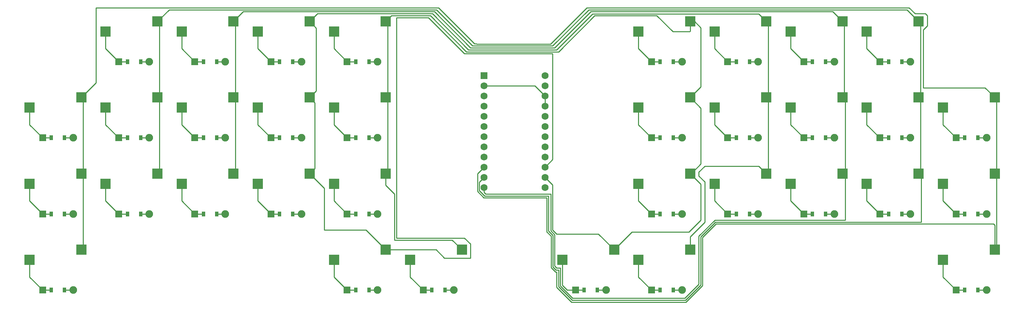
<source format=gbr>
%TF.GenerationSoftware,KiCad,Pcbnew,9.0.1*%
%TF.CreationDate,2025-05-09T00:25:46+02:00*%
%TF.ProjectId,cmrk,636d726b-2e6b-4696-9361-645f70636258,v1.0.0*%
%TF.SameCoordinates,Original*%
%TF.FileFunction,Copper,L2,Bot*%
%TF.FilePolarity,Positive*%
%FSLAX46Y46*%
G04 Gerber Fmt 4.6, Leading zero omitted, Abs format (unit mm)*
G04 Created by KiCad (PCBNEW 9.0.1) date 2025-05-09 00:25:46*
%MOMM*%
%LPD*%
G01*
G04 APERTURE LIST*
%TA.AperFunction,SMDPad,CuDef*%
%ADD10R,2.550000X2.500000*%
%TD*%
%TA.AperFunction,ComponentPad*%
%ADD11R,1.778000X1.778000*%
%TD*%
%TA.AperFunction,SMDPad,CuDef*%
%ADD12R,0.900000X1.200000*%
%TD*%
%TA.AperFunction,ComponentPad*%
%ADD13C,1.905000*%
%TD*%
%TA.AperFunction,ComponentPad*%
%ADD14R,1.752600X1.752600*%
%TD*%
%TA.AperFunction,ComponentPad*%
%ADD15C,1.752600*%
%TD*%
%TA.AperFunction,Conductor*%
%ADD16C,0.250000*%
%TD*%
G04 APERTURE END LIST*
D10*
%TO.P,S22,1*%
%TO.N,P0*%
X301915000Y-59460000D03*
%TO.P,S22,2*%
%TO.N,P16*%
X314842000Y-56920000D03*
%TD*%
%TO.P,S19,1*%
%TO.N,P0*%
X320915000Y-78460000D03*
%TO.P,S19,2*%
%TO.N,P14*%
X333842000Y-75920000D03*
%TD*%
%TO.P,S18,1*%
%TO.N,P4*%
X320915000Y-97460000D03*
%TO.P,S18,2*%
%TO.N,P14*%
X333842000Y-94920000D03*
%TD*%
D11*
%TO.P,D22,1*%
%TO.N,P0*%
X305190000Y-67000000D03*
D12*
X307350000Y-67000000D03*
%TO.P,D22,2*%
%TO.N,mirror_ring_home*%
X310650000Y-67000000D03*
D13*
X312810000Y-67000000D03*
%TD*%
D11*
%TO.P,D10,1*%
%TO.N,P19*%
X153190000Y-86000000D03*
D12*
X155350000Y-86000000D03*
%TO.P,D10,2*%
%TO.N,index_bottom*%
X158650000Y-86000000D03*
D13*
X160810000Y-86000000D03*
%TD*%
D11*
%TO.P,D24,1*%
%TO.N,P4*%
X286190000Y-86000000D03*
D12*
X288350000Y-86000000D03*
%TO.P,D24,2*%
%TO.N,mirror_middle_bottom*%
X291650000Y-86000000D03*
D13*
X293810000Y-86000000D03*
%TD*%
D11*
%TO.P,D9,1*%
%TO.N,P21*%
X134190000Y-48000000D03*
D12*
X136350000Y-48000000D03*
%TO.P,D9,2*%
%TO.N,middle_top*%
X139650000Y-48000000D03*
D13*
X141810000Y-48000000D03*
%TD*%
D11*
%TO.P,D20,1*%
%TO.N,P1*%
X324190000Y-67000000D03*
D12*
X326350000Y-67000000D03*
%TO.P,D20,2*%
%TO.N,mirror_pinky_top*%
X329650000Y-67000000D03*
D13*
X331810000Y-67000000D03*
%TD*%
D11*
%TO.P,D33,1*%
%TO.N,P5*%
X248190000Y-105000000D03*
D12*
X250350000Y-105000000D03*
%TO.P,D33,2*%
%TO.N,mirror_tucky_cluster*%
X253650000Y-105000000D03*
D13*
X255810000Y-105000000D03*
%TD*%
D10*
%TO.P,S10,1*%
%TO.N,P19*%
X149915000Y-78460000D03*
%TO.P,S10,2*%
%TO.N,P7*%
X162842000Y-75920000D03*
%TD*%
D11*
%TO.P,D29,1*%
%TO.N,P1*%
X267190000Y-48000000D03*
D12*
X269350000Y-48000000D03*
%TO.P,D29,2*%
%TO.N,mirror_index_top*%
X272650000Y-48000000D03*
D13*
X274810000Y-48000000D03*
%TD*%
D10*
%TO.P,S34,1*%
%TO.N,P5*%
X225915000Y-97460000D03*
%TO.P,S34,2*%
%TO.N,P8*%
X238842000Y-94920000D03*
%TD*%
%TO.P,S6,1*%
%TO.N,P21*%
X111915000Y-40460000D03*
%TO.P,S6,2*%
%TO.N,P16*%
X124842000Y-37920000D03*
%TD*%
%TO.P,S9,1*%
%TO.N,P21*%
X130915000Y-40460000D03*
%TO.P,S9,2*%
%TO.N,P10*%
X143842000Y-37920000D03*
%TD*%
D11*
%TO.P,D18,1*%
%TO.N,P4*%
X324190000Y-105000000D03*
D12*
X326350000Y-105000000D03*
%TO.P,D18,2*%
%TO.N,mirror_pinky_bottom*%
X329650000Y-105000000D03*
D13*
X331810000Y-105000000D03*
%TD*%
D10*
%TO.P,S23,1*%
%TO.N,P1*%
X301915000Y-40460000D03*
%TO.P,S23,2*%
%TO.N,P16*%
X314842000Y-37920000D03*
%TD*%
D11*
%TO.P,D23,1*%
%TO.N,P1*%
X305190000Y-48000000D03*
D12*
X307350000Y-48000000D03*
%TO.P,D23,2*%
%TO.N,mirror_ring_top*%
X310650000Y-48000000D03*
D13*
X312810000Y-48000000D03*
%TD*%
D10*
%TO.P,S21,1*%
%TO.N,P4*%
X301915000Y-78460000D03*
%TO.P,S21,2*%
%TO.N,P16*%
X314842000Y-75920000D03*
%TD*%
D11*
%TO.P,D5,1*%
%TO.N,P20*%
X115190000Y-67000000D03*
D12*
X117350000Y-67000000D03*
%TO.P,D5,2*%
%TO.N,ring_home*%
X120650000Y-67000000D03*
D13*
X122810000Y-67000000D03*
%TD*%
D11*
%TO.P,D26,1*%
%TO.N,P1*%
X286190000Y-48000000D03*
D12*
X288350000Y-48000000D03*
%TO.P,D26,2*%
%TO.N,mirror_middle_top*%
X291650000Y-48000000D03*
D13*
X293810000Y-48000000D03*
%TD*%
D10*
%TO.P,S13,1*%
%TO.N,P19*%
X168915000Y-78460000D03*
%TO.P,S13,2*%
%TO.N,P8*%
X181842000Y-75920000D03*
%TD*%
%TO.P,S26,1*%
%TO.N,P1*%
X282915000Y-40460000D03*
%TO.P,S26,2*%
%TO.N,P10*%
X295842000Y-37920000D03*
%TD*%
%TO.P,S25,1*%
%TO.N,P0*%
X282915000Y-59460000D03*
%TO.P,S25,2*%
%TO.N,P10*%
X295842000Y-56920000D03*
%TD*%
D11*
%TO.P,D31,1*%
%TO.N,P0*%
X248190000Y-67000000D03*
D12*
X250350000Y-67000000D03*
%TO.P,D31,2*%
%TO.N,mirror_inner_home*%
X253650000Y-67000000D03*
D13*
X255810000Y-67000000D03*
%TD*%
D10*
%TO.P,S5,1*%
%TO.N,P20*%
X111915000Y-59460000D03*
%TO.P,S5,2*%
%TO.N,P16*%
X124842000Y-56920000D03*
%TD*%
%TO.P,S2,1*%
%TO.N,P20*%
X92915000Y-78460000D03*
%TO.P,S2,2*%
%TO.N,P14*%
X105842000Y-75920000D03*
%TD*%
D11*
%TO.P,D17,1*%
%TO.N,P18*%
X191190000Y-105000000D03*
D12*
X193350000Y-105000000D03*
%TO.P,D17,2*%
%TO.N,reachy_cluster*%
X196650000Y-105000000D03*
D13*
X198810000Y-105000000D03*
%TD*%
D11*
%TO.P,D14,1*%
%TO.N,P20*%
X172190000Y-67000000D03*
D12*
X174350000Y-67000000D03*
%TO.P,D14,2*%
%TO.N,inner_home*%
X177650000Y-67000000D03*
D13*
X179810000Y-67000000D03*
%TD*%
D10*
%TO.P,S28,1*%
%TO.N,P0*%
X263915000Y-59460000D03*
%TO.P,S28,2*%
%TO.N,P7*%
X276842000Y-56920000D03*
%TD*%
%TO.P,S15,1*%
%TO.N,P21*%
X168915000Y-40460000D03*
%TO.P,S15,2*%
%TO.N,P8*%
X181842000Y-37920000D03*
%TD*%
%TO.P,S1,1*%
%TO.N,P19*%
X92915000Y-97460000D03*
%TO.P,S1,2*%
%TO.N,P14*%
X105842000Y-94920000D03*
%TD*%
D11*
%TO.P,D19,1*%
%TO.N,P0*%
X324190000Y-86000000D03*
D12*
X326350000Y-86000000D03*
%TO.P,D19,2*%
%TO.N,mirror_pinky_home*%
X329650000Y-86000000D03*
D13*
X331810000Y-86000000D03*
%TD*%
D10*
%TO.P,S12,1*%
%TO.N,P21*%
X149915000Y-40460000D03*
%TO.P,S12,2*%
%TO.N,P7*%
X162842000Y-37920000D03*
%TD*%
D11*
%TO.P,D28,1*%
%TO.N,P0*%
X267190000Y-67000000D03*
D12*
X269350000Y-67000000D03*
%TO.P,D28,2*%
%TO.N,mirror_index_home*%
X272650000Y-67000000D03*
D13*
X274810000Y-67000000D03*
%TD*%
D10*
%TO.P,S29,1*%
%TO.N,P1*%
X263915000Y-40460000D03*
%TO.P,S29,2*%
%TO.N,P7*%
X276842000Y-37920000D03*
%TD*%
%TO.P,S14,1*%
%TO.N,P20*%
X168915000Y-59460000D03*
%TO.P,S14,2*%
%TO.N,P8*%
X181842000Y-56920000D03*
%TD*%
%TO.P,S24,1*%
%TO.N,P4*%
X282915000Y-78460000D03*
%TO.P,S24,2*%
%TO.N,P10*%
X295842000Y-75920000D03*
%TD*%
%TO.P,S20,1*%
%TO.N,P1*%
X320915000Y-59460000D03*
%TO.P,S20,2*%
%TO.N,P14*%
X333842000Y-56920000D03*
%TD*%
D11*
%TO.P,D34,1*%
%TO.N,P5*%
X229190000Y-105000000D03*
D12*
X231350000Y-105000000D03*
%TO.P,D34,2*%
%TO.N,mirror_reachy_cluster*%
X234650000Y-105000000D03*
D13*
X236810000Y-105000000D03*
%TD*%
D11*
%TO.P,D27,1*%
%TO.N,P4*%
X267190000Y-86000000D03*
D12*
X269350000Y-86000000D03*
%TO.P,D27,2*%
%TO.N,mirror_index_bottom*%
X272650000Y-86000000D03*
D13*
X274810000Y-86000000D03*
%TD*%
D11*
%TO.P,D6,1*%
%TO.N,P21*%
X115190000Y-48000000D03*
D12*
X117350000Y-48000000D03*
%TO.P,D6,2*%
%TO.N,ring_top*%
X120650000Y-48000000D03*
D13*
X122810000Y-48000000D03*
%TD*%
D11*
%TO.P,D8,1*%
%TO.N,P20*%
X134190000Y-67000000D03*
D12*
X136350000Y-67000000D03*
%TO.P,D8,2*%
%TO.N,middle_home*%
X139650000Y-67000000D03*
D13*
X141810000Y-67000000D03*
%TD*%
D10*
%TO.P,S4,1*%
%TO.N,P19*%
X111915000Y-78460000D03*
%TO.P,S4,2*%
%TO.N,P16*%
X124842000Y-75920000D03*
%TD*%
D11*
%TO.P,D30,1*%
%TO.N,P4*%
X248190000Y-86000000D03*
D12*
X250350000Y-86000000D03*
%TO.P,D30,2*%
%TO.N,mirror_inner_bottom*%
X253650000Y-86000000D03*
D13*
X255810000Y-86000000D03*
%TD*%
D11*
%TO.P,D11,1*%
%TO.N,P20*%
X153190000Y-67000000D03*
D12*
X155350000Y-67000000D03*
%TO.P,D11,2*%
%TO.N,index_home*%
X158650000Y-67000000D03*
D13*
X160810000Y-67000000D03*
%TD*%
D10*
%TO.P,S30,1*%
%TO.N,P4*%
X244915000Y-78460000D03*
%TO.P,S30,2*%
%TO.N,P8*%
X257842000Y-75920000D03*
%TD*%
D11*
%TO.P,D7,1*%
%TO.N,P19*%
X134190000Y-86000000D03*
D12*
X136350000Y-86000000D03*
%TO.P,D7,2*%
%TO.N,middle_bottom*%
X139650000Y-86000000D03*
D13*
X141810000Y-86000000D03*
%TD*%
D10*
%TO.P,S16,1*%
%TO.N,P18*%
X168915000Y-97460000D03*
%TO.P,S16,2*%
%TO.N,P7*%
X181842000Y-94920000D03*
%TD*%
D11*
%TO.P,D25,1*%
%TO.N,P0*%
X286190000Y-67000000D03*
D12*
X288350000Y-67000000D03*
%TO.P,D25,2*%
%TO.N,mirror_middle_home*%
X291650000Y-67000000D03*
D13*
X293810000Y-67000000D03*
%TD*%
D11*
%TO.P,D32,1*%
%TO.N,P1*%
X248190000Y-48000000D03*
D12*
X250350000Y-48000000D03*
%TO.P,D32,2*%
%TO.N,mirror_inner_top*%
X253650000Y-48000000D03*
D13*
X255810000Y-48000000D03*
%TD*%
D14*
%TO.P,MCU1,1*%
%TO.N,RAW*%
X206380000Y-51430000D03*
D15*
%TO.P,MCU1,2*%
%TO.N,GND*%
X206380000Y-53970000D03*
%TO.P,MCU1,3*%
%TO.N,RST*%
X206380000Y-56510000D03*
%TO.P,MCU1,4*%
%TO.N,VCC*%
X206380000Y-59050000D03*
%TO.P,MCU1,5*%
%TO.N,P21*%
X206380000Y-61590000D03*
%TO.P,MCU1,6*%
%TO.N,P20*%
X206380000Y-64130000D03*
%TO.P,MCU1,7*%
%TO.N,P19*%
X206380000Y-66670000D03*
%TO.P,MCU1,8*%
%TO.N,P18*%
X206380000Y-69210000D03*
%TO.P,MCU1,9*%
%TO.N,P15*%
X206380000Y-71750000D03*
%TO.P,MCU1,10*%
%TO.N,P14*%
X206380000Y-74290000D03*
%TO.P,MCU1,11*%
%TO.N,P16*%
X206380000Y-76830000D03*
%TO.P,MCU1,12*%
%TO.N,P10*%
X206380000Y-79370000D03*
%TO.P,MCU1,13*%
%TO.N,P1*%
X221620000Y-51430000D03*
%TO.P,MCU1,14*%
%TO.N,P0*%
X221620000Y-53970000D03*
%TO.P,MCU1,15*%
%TO.N,GND*%
X221620000Y-56510000D03*
%TO.P,MCU1,16*%
X221620000Y-59050000D03*
%TO.P,MCU1,17*%
%TO.N,P2*%
X221620000Y-61590000D03*
%TO.P,MCU1,18*%
%TO.N,P3*%
X221620000Y-64130000D03*
%TO.P,MCU1,19*%
%TO.N,P4*%
X221620000Y-66670000D03*
%TO.P,MCU1,20*%
%TO.N,P5*%
X221620000Y-69210000D03*
%TO.P,MCU1,21*%
%TO.N,P6*%
X221620000Y-71750000D03*
%TO.P,MCU1,22*%
%TO.N,P7*%
X221620000Y-74290000D03*
%TO.P,MCU1,23*%
%TO.N,P8*%
X221620000Y-76830000D03*
%TO.P,MCU1,24*%
%TO.N,P9*%
X221620000Y-79370000D03*
%TD*%
D11*
%TO.P,D1,1*%
%TO.N,P19*%
X96190000Y-105000000D03*
D12*
X98350000Y-105000000D03*
%TO.P,D1,2*%
%TO.N,pinky_bottom*%
X101650000Y-105000000D03*
D13*
X103810000Y-105000000D03*
%TD*%
D10*
%TO.P,S7,1*%
%TO.N,P19*%
X130915000Y-78460000D03*
%TO.P,S7,2*%
%TO.N,P10*%
X143842000Y-75920000D03*
%TD*%
D11*
%TO.P,D21,1*%
%TO.N,P4*%
X305190000Y-86000000D03*
D12*
X307350000Y-86000000D03*
%TO.P,D21,2*%
%TO.N,mirror_ring_bottom*%
X310650000Y-86000000D03*
D13*
X312810000Y-86000000D03*
%TD*%
D11*
%TO.P,D13,1*%
%TO.N,P19*%
X172190000Y-86000000D03*
D12*
X174350000Y-86000000D03*
%TO.P,D13,2*%
%TO.N,inner_bottom*%
X177650000Y-86000000D03*
D13*
X179810000Y-86000000D03*
%TD*%
D11*
%TO.P,D3,1*%
%TO.N,P21*%
X96190000Y-67000000D03*
D12*
X98350000Y-67000000D03*
%TO.P,D3,2*%
%TO.N,pinky_top*%
X101650000Y-67000000D03*
D13*
X103810000Y-67000000D03*
%TD*%
D10*
%TO.P,S32,1*%
%TO.N,P1*%
X244915000Y-40460000D03*
%TO.P,S32,2*%
%TO.N,P8*%
X257842000Y-37920000D03*
%TD*%
%TO.P,S11,1*%
%TO.N,P20*%
X149915000Y-59460000D03*
%TO.P,S11,2*%
%TO.N,P7*%
X162842000Y-56920000D03*
%TD*%
D11*
%TO.P,D16,1*%
%TO.N,P18*%
X172190000Y-105000000D03*
D12*
X174350000Y-105000000D03*
%TO.P,D16,2*%
%TO.N,tucky_cluster*%
X177650000Y-105000000D03*
D13*
X179810000Y-105000000D03*
%TD*%
D10*
%TO.P,S33,1*%
%TO.N,P5*%
X244915000Y-97460000D03*
%TO.P,S33,2*%
%TO.N,P7*%
X257842000Y-94920000D03*
%TD*%
%TO.P,S27,1*%
%TO.N,P4*%
X263915000Y-78460000D03*
%TO.P,S27,2*%
%TO.N,P7*%
X276842000Y-75920000D03*
%TD*%
%TO.P,S8,1*%
%TO.N,P20*%
X130915000Y-59460000D03*
%TO.P,S8,2*%
%TO.N,P10*%
X143842000Y-56920000D03*
%TD*%
D11*
%TO.P,D12,1*%
%TO.N,P21*%
X153190000Y-48000000D03*
D12*
X155350000Y-48000000D03*
%TO.P,D12,2*%
%TO.N,index_top*%
X158650000Y-48000000D03*
D13*
X160810000Y-48000000D03*
%TD*%
D11*
%TO.P,D15,1*%
%TO.N,P21*%
X172190000Y-48000000D03*
D12*
X174350000Y-48000000D03*
%TO.P,D15,2*%
%TO.N,inner_top*%
X177650000Y-48000000D03*
D13*
X179810000Y-48000000D03*
%TD*%
D10*
%TO.P,S17,1*%
%TO.N,P18*%
X187915000Y-97460000D03*
%TO.P,S17,2*%
%TO.N,P8*%
X200842000Y-94920000D03*
%TD*%
%TO.P,S31,1*%
%TO.N,P0*%
X244915000Y-59460000D03*
%TO.P,S31,2*%
%TO.N,P8*%
X257842000Y-56920000D03*
%TD*%
D11*
%TO.P,D2,1*%
%TO.N,P20*%
X96190000Y-86000000D03*
D12*
X98350000Y-86000000D03*
%TO.P,D2,2*%
%TO.N,pinky_home*%
X101650000Y-86000000D03*
D13*
X103810000Y-86000000D03*
%TD*%
D10*
%TO.P,S3,1*%
%TO.N,P21*%
X92915000Y-59460000D03*
%TO.P,S3,2*%
%TO.N,P14*%
X105842000Y-56920000D03*
%TD*%
D11*
%TO.P,D4,1*%
%TO.N,P19*%
X115190000Y-86000000D03*
D12*
X117350000Y-86000000D03*
%TO.P,D4,2*%
%TO.N,ring_bottom*%
X120650000Y-86000000D03*
D13*
X122810000Y-86000000D03*
%TD*%
D16*
%TO.N,P19*%
X172190000Y-86000000D02*
X168915000Y-82725000D01*
X168915000Y-82725000D02*
X168915000Y-78460000D01*
X134190000Y-86000000D02*
X136350000Y-86000000D01*
X92915000Y-101725000D02*
X92915000Y-97460000D01*
X172190000Y-86000000D02*
X174350000Y-86000000D01*
X153190000Y-86000000D02*
X155350000Y-86000000D01*
X130915000Y-82725000D02*
X130915000Y-78460000D01*
X96190000Y-105000000D02*
X98350000Y-105000000D01*
X115190000Y-86000000D02*
X117350000Y-86000000D01*
X111915000Y-82725000D02*
X111915000Y-78460000D01*
X149915000Y-82725000D02*
X149915000Y-78460000D01*
X134190000Y-86000000D02*
X130915000Y-82725000D01*
X96190000Y-105000000D02*
X92915000Y-101725000D01*
X115190000Y-86000000D02*
X111915000Y-82725000D01*
X153190000Y-86000000D02*
X149915000Y-82725000D01*
%TO.N,P14*%
X105842000Y-75920000D02*
X106306900Y-75455100D01*
X105842000Y-94920000D02*
X106306900Y-94455100D01*
X333842000Y-56920000D02*
X334306900Y-57384900D01*
X106306900Y-75455100D02*
X106306900Y-57384900D01*
X195000000Y-34500000D02*
X204000000Y-43500000D01*
X224224380Y-100500000D02*
X223098000Y-99373620D01*
X256775620Y-108000000D02*
X228224380Y-108000000D01*
X334306900Y-94455100D02*
X334306900Y-76384900D01*
X204500000Y-43500000D02*
X204549000Y-43549000D01*
X109500000Y-34500000D02*
X195000000Y-34500000D01*
X105842000Y-56920000D02*
X109500000Y-53262000D01*
X204549000Y-43549000D02*
X223000000Y-43549000D01*
X260902000Y-91873620D02*
X260902000Y-103873620D01*
X317000000Y-36500000D02*
X317000000Y-39000000D01*
X331422000Y-54500000D02*
X333842000Y-56920000D01*
X260902000Y-103873620D02*
X256775620Y-108000000D01*
X334306900Y-75455100D02*
X333842000Y-75920000D01*
X228224380Y-108000000D02*
X224500000Y-104275620D01*
X312500000Y-34500000D02*
X314000000Y-36000000D01*
X223000000Y-43549000D02*
X232049000Y-34500000D01*
X204726700Y-75943300D02*
X206380000Y-74290000D01*
X232049000Y-34500000D02*
X312500000Y-34500000D01*
X334306900Y-76384900D02*
X333842000Y-75920000D01*
X204726700Y-80364510D02*
X204726700Y-75943300D01*
X204000000Y-43500000D02*
X204500000Y-43500000D01*
X333842000Y-94920000D02*
X334306900Y-94455100D01*
X106306900Y-76384900D02*
X105842000Y-75920000D01*
X222049000Y-90462430D02*
X222049000Y-81951000D01*
X223098000Y-91511430D02*
X222049000Y-90462430D01*
X106306900Y-94455100D02*
X106306900Y-76384900D01*
X264275620Y-88500000D02*
X260902000Y-91873620D01*
X333842000Y-88842000D02*
X333500000Y-88500000D01*
X224500000Y-104275620D02*
X224500000Y-100500000D01*
X206313190Y-81951000D02*
X204726700Y-80364510D01*
X109500000Y-53262000D02*
X109500000Y-34500000D01*
X106306900Y-57384900D02*
X105842000Y-56920000D01*
X333500000Y-88500000D02*
X264275620Y-88500000D01*
X317000000Y-39000000D02*
X316000000Y-40000000D01*
X223098000Y-99373620D02*
X223098000Y-91511430D01*
X316000000Y-40000000D02*
X316000000Y-54500000D01*
X316000000Y-54500000D02*
X331422000Y-54500000D01*
X314000000Y-36000000D02*
X316500000Y-36000000D01*
X224500000Y-100500000D02*
X224224380Y-100500000D01*
X222049000Y-81951000D02*
X206313190Y-81951000D01*
X316500000Y-36000000D02*
X317000000Y-36500000D01*
X333842000Y-94920000D02*
X333842000Y-88842000D01*
X334306900Y-57384900D02*
X334306900Y-75455100D01*
%TO.N,P20*%
X153190000Y-67000000D02*
X155350000Y-67000000D01*
X149915000Y-63725000D02*
X149915000Y-59460000D01*
X92915000Y-82725000D02*
X92915000Y-78460000D01*
X115190000Y-67000000D02*
X111915000Y-63725000D01*
X168915000Y-63725000D02*
X168915000Y-59460000D01*
X130915000Y-63725000D02*
X130915000Y-59460000D01*
X98350000Y-86000000D02*
X96190000Y-86000000D01*
X136350000Y-67000000D02*
X134190000Y-67000000D01*
X96190000Y-86000000D02*
X92915000Y-82725000D01*
X172190000Y-67000000D02*
X174350000Y-67000000D01*
X115190000Y-67000000D02*
X117350000Y-67000000D01*
X172190000Y-67000000D02*
X168915000Y-63725000D01*
X153190000Y-67000000D02*
X149915000Y-63725000D01*
X134190000Y-67000000D02*
X130915000Y-63725000D01*
X111915000Y-63725000D02*
X111915000Y-59460000D01*
%TO.N,P21*%
X96190000Y-67000000D02*
X92915000Y-63725000D01*
X92915000Y-63725000D02*
X92915000Y-59460000D01*
X153190000Y-48000000D02*
X149915000Y-44725000D01*
X172190000Y-48000000D02*
X174350000Y-48000000D01*
X149915000Y-44725000D02*
X149915000Y-40460000D01*
X136350000Y-48000000D02*
X134190000Y-48000000D01*
X111915000Y-44725000D02*
X111915000Y-40460000D01*
X115190000Y-48000000D02*
X117350000Y-48000000D01*
X155350000Y-48000000D02*
X153190000Y-48000000D01*
X98350000Y-67000000D02*
X96190000Y-67000000D01*
X115190000Y-48000000D02*
X111915000Y-44725000D01*
X172190000Y-48000000D02*
X168915000Y-44725000D01*
X130915000Y-44725000D02*
X130915000Y-40460000D01*
X168915000Y-44725000D02*
X168915000Y-40460000D01*
X134190000Y-48000000D02*
X130915000Y-44725000D01*
%TO.N,P16*%
X222500000Y-81500000D02*
X206500000Y-81500000D01*
X124842000Y-37920000D02*
X127762000Y-35000000D01*
X315306900Y-38384900D02*
X315306900Y-56455100D01*
X314842000Y-37920000D02*
X315306900Y-38384900D01*
X314842000Y-75920000D02*
X315500000Y-76578000D01*
X260451000Y-91686810D02*
X260451000Y-103686810D01*
X194500000Y-35000000D02*
X203500000Y-44000000D01*
X205177700Y-78032300D02*
X206380000Y-76830000D01*
X264137810Y-88000000D02*
X260451000Y-91686810D01*
X203500000Y-44000000D02*
X223500000Y-44000000D01*
X260451000Y-103686810D02*
X256637810Y-107500000D01*
X205177700Y-80177700D02*
X205177700Y-78032300D01*
X206500000Y-81500000D02*
X205177700Y-80177700D01*
X228362190Y-107500000D02*
X225013000Y-104150810D01*
X125306900Y-38384900D02*
X125306900Y-56455100D01*
X224313190Y-99951000D02*
X223549000Y-99186810D01*
X311922000Y-35000000D02*
X314842000Y-37920000D01*
X127762000Y-35000000D02*
X194500000Y-35000000D01*
X315500000Y-88000000D02*
X264137810Y-88000000D01*
X315306900Y-57384900D02*
X315306900Y-75455100D01*
X223500000Y-44000000D02*
X232500000Y-35000000D01*
X232500000Y-35000000D02*
X311922000Y-35000000D01*
X124842000Y-75920000D02*
X125306900Y-75455100D01*
X125306900Y-57384900D02*
X124842000Y-56920000D01*
X315306900Y-56455100D02*
X314842000Y-56920000D01*
X125306900Y-75455100D02*
X125306900Y-57384900D01*
X315306900Y-75455100D02*
X314842000Y-75920000D01*
X315500000Y-76578000D02*
X315500000Y-88000000D01*
X256637810Y-107500000D02*
X228362190Y-107500000D01*
X225013000Y-104150810D02*
X225013000Y-99951000D01*
X223549000Y-91324620D02*
X222500000Y-90275620D01*
X222500000Y-90275620D02*
X222500000Y-81500000D01*
X125306900Y-56455100D02*
X124842000Y-56920000D01*
X314842000Y-56920000D02*
X315306900Y-57384900D01*
X124842000Y-37920000D02*
X125306900Y-38384900D01*
X223549000Y-99186810D02*
X223549000Y-91324620D01*
X225013000Y-99951000D02*
X224313190Y-99951000D01*
%TO.N,P10*%
X295842000Y-37920000D02*
X296306900Y-38384900D01*
X264000000Y-87500000D02*
X296500000Y-87500000D01*
X228500000Y-107000000D02*
X256500000Y-107000000D01*
X296306900Y-56455100D02*
X295842000Y-56920000D01*
X203000000Y-44500000D02*
X224000000Y-44500000D01*
X143842000Y-56920000D02*
X144306900Y-56455100D01*
X144306900Y-57384900D02*
X143842000Y-56920000D01*
X206760000Y-81000000D02*
X223049000Y-81000000D01*
X296500000Y-57578000D02*
X296500000Y-75262000D01*
X296500000Y-75262000D02*
X295842000Y-75920000D01*
X295842000Y-56920000D02*
X296500000Y-57578000D01*
X296500000Y-76578000D02*
X295842000Y-75920000D01*
X224500000Y-99500000D02*
X225464000Y-99500000D01*
X223049000Y-90186810D02*
X224000000Y-91137810D01*
X225464000Y-103964000D02*
X228500000Y-107000000D01*
X146262000Y-35500000D02*
X194000000Y-35500000D01*
X143842000Y-75920000D02*
X144306900Y-75455100D01*
X233000000Y-35500000D02*
X293422000Y-35500000D01*
X296500000Y-87500000D02*
X296500000Y-76578000D01*
X260000000Y-91500000D02*
X264000000Y-87500000D01*
X260000000Y-103500000D02*
X260000000Y-91500000D01*
X144306900Y-38384900D02*
X143842000Y-37920000D01*
X293422000Y-35500000D02*
X295842000Y-37920000D01*
X223049000Y-81000000D02*
X223049000Y-90186810D01*
X225464000Y-99500000D02*
X225464000Y-103964000D01*
X224000000Y-44500000D02*
X233000000Y-35500000D01*
X144306900Y-75455100D02*
X144306900Y-57384900D01*
X206380000Y-80620000D02*
X206760000Y-81000000D01*
X296306900Y-38384900D02*
X296306900Y-56455100D01*
X144306900Y-56455100D02*
X144306900Y-38384900D01*
X143842000Y-37920000D02*
X146262000Y-35500000D01*
X224000000Y-99000000D02*
X224500000Y-99500000D01*
X194000000Y-35500000D02*
X203000000Y-44500000D01*
X256500000Y-107000000D02*
X260000000Y-103500000D01*
X224000000Y-91137810D02*
X224000000Y-99000000D01*
X206380000Y-79370000D02*
X206380000Y-80620000D01*
%TO.N,P7*%
X203000000Y-93500000D02*
X201500000Y-92000000D01*
X201500000Y-92000000D02*
X184500000Y-92000000D01*
X192500000Y-37000000D02*
X201500000Y-46000000D01*
X224500000Y-45000000D02*
X233456000Y-36044000D01*
X276842000Y-37920000D02*
X277306900Y-38384900D01*
X257842000Y-91658000D02*
X257842000Y-94920000D01*
X181842000Y-94920000D02*
X194420000Y-94920000D01*
X203000000Y-97000000D02*
X203000000Y-93500000D01*
X260000000Y-75500000D02*
X260000000Y-76500000D01*
X276842000Y-75920000D02*
X274966000Y-74044000D01*
X202500000Y-45000000D02*
X224500000Y-45000000D01*
X276842000Y-56920000D02*
X277306900Y-57384900D01*
X274966000Y-74044000D02*
X261456000Y-74044000D01*
X277306900Y-57384900D02*
X277306900Y-75455100D01*
X223500000Y-72410000D02*
X221620000Y-74290000D01*
X164762000Y-36000000D02*
X193500000Y-36000000D01*
X164500000Y-39578000D02*
X164500000Y-55262000D01*
X194420000Y-94920000D02*
X196500000Y-97000000D01*
X162842000Y-37920000D02*
X164762000Y-36000000D01*
X164500000Y-55262000D02*
X162842000Y-56920000D01*
X223500000Y-46000000D02*
X223500000Y-72410000D01*
X277306900Y-38384900D02*
X277306900Y-56455100D01*
X261500000Y-78000000D02*
X261500000Y-88000000D01*
X196500000Y-97000000D02*
X203000000Y-97000000D01*
X260000000Y-76500000D02*
X261500000Y-78000000D01*
X164131000Y-74631000D02*
X164131000Y-58209000D01*
X162842000Y-37920000D02*
X164500000Y-39578000D01*
X261456000Y-74044000D02*
X260000000Y-75500000D01*
X277306900Y-56455100D02*
X276842000Y-56920000D01*
X184500000Y-37000000D02*
X192500000Y-37000000D01*
X277306900Y-75455100D02*
X276842000Y-75920000D01*
X162842000Y-75920000D02*
X166500000Y-79578000D01*
X233456000Y-36044000D02*
X274966000Y-36044000D01*
X193500000Y-36000000D02*
X202500000Y-45000000D01*
X166500000Y-79578000D02*
X166500000Y-90000000D01*
X184500000Y-92000000D02*
X184500000Y-37000000D01*
X176922000Y-90000000D02*
X181842000Y-94920000D01*
X162842000Y-75920000D02*
X164131000Y-74631000D01*
X274966000Y-36044000D02*
X276842000Y-37920000D01*
X166500000Y-90000000D02*
X176922000Y-90000000D01*
X261500000Y-88000000D02*
X257842000Y-91658000D01*
X164131000Y-58209000D02*
X162842000Y-56920000D01*
X201500000Y-46000000D02*
X223500000Y-46000000D01*
%TO.N,P8*%
X182306900Y-56455100D02*
X182306900Y-38384900D01*
X260500000Y-78578000D02*
X260500000Y-87500000D01*
X181842000Y-56920000D02*
X182306900Y-57384900D01*
X243262000Y-90500000D02*
X238842000Y-94920000D01*
X258920000Y-37920000D02*
X257842000Y-37920000D01*
X260500000Y-59578000D02*
X257842000Y-56920000D01*
X260500000Y-54262000D02*
X260500000Y-39500000D01*
X260500000Y-87500000D02*
X257500000Y-90500000D01*
X202000000Y-45500000D02*
X224995550Y-45500000D01*
X181842000Y-75920000D02*
X181842000Y-78842000D01*
X257500000Y-90500000D02*
X243262000Y-90500000D01*
X234922000Y-91000000D02*
X238842000Y-94920000D01*
X184000000Y-81000000D02*
X184000000Y-92500000D01*
X257842000Y-40342000D02*
X257842000Y-37920000D01*
X238842000Y-94052000D02*
X238842000Y-94920000D01*
X223500000Y-78710000D02*
X223500000Y-90000000D01*
X257842000Y-75920000D02*
X258080000Y-75920000D01*
X198422000Y-92500000D02*
X200842000Y-94920000D01*
X260500000Y-39500000D02*
X258920000Y-37920000D01*
X249500000Y-36500000D02*
X253500000Y-40500000D01*
X233995550Y-36500000D02*
X249500000Y-36500000D01*
X257842000Y-75920000D02*
X260500000Y-78578000D01*
X183262000Y-36500000D02*
X193000000Y-36500000D01*
X258080000Y-75920000D02*
X260500000Y-73500000D01*
X193000000Y-36500000D02*
X202000000Y-45500000D01*
X184000000Y-92500000D02*
X198422000Y-92500000D01*
X260500000Y-73500000D02*
X260500000Y-59578000D01*
X182306900Y-75455100D02*
X181842000Y-75920000D01*
X182306900Y-57384900D02*
X182306900Y-75455100D01*
X181842000Y-56920000D02*
X182306900Y-56455100D01*
X181842000Y-37920000D02*
X183262000Y-36500000D01*
X223500000Y-90000000D02*
X224500000Y-91000000D01*
X257842000Y-56920000D02*
X260500000Y-54262000D01*
X221620000Y-76830000D02*
X223500000Y-78710000D01*
X253500000Y-40500000D02*
X257684000Y-40500000D01*
X181842000Y-78842000D02*
X184000000Y-81000000D01*
X224500000Y-91000000D02*
X234922000Y-91000000D01*
X257684000Y-40500000D02*
X257842000Y-40342000D01*
X224995550Y-45500000D02*
X233995550Y-36500000D01*
X182306900Y-38384900D02*
X181842000Y-37920000D01*
%TO.N,P18*%
X172190000Y-105000000D02*
X168915000Y-101725000D01*
X191190000Y-105000000D02*
X187915000Y-101725000D01*
X168915000Y-101725000D02*
X168915000Y-97460000D01*
X174350000Y-105000000D02*
X172190000Y-105000000D01*
X187915000Y-101725000D02*
X187915000Y-97460000D01*
X193350000Y-105000000D02*
X191190000Y-105000000D01*
%TO.N,P4*%
X324190000Y-105000000D02*
X326350000Y-105000000D01*
X248190000Y-86000000D02*
X250350000Y-86000000D01*
X263915000Y-78460000D02*
X263915000Y-82725000D01*
X305190000Y-86000000D02*
X307350000Y-86000000D01*
X320915000Y-97460000D02*
X320915000Y-101725000D01*
X320915000Y-101725000D02*
X324190000Y-105000000D01*
X263915000Y-82725000D02*
X267190000Y-86000000D01*
X267190000Y-86000000D02*
X269350000Y-86000000D01*
X301915000Y-82725000D02*
X301915000Y-78460000D01*
X282915000Y-82725000D02*
X282915000Y-78460000D01*
X244915000Y-82725000D02*
X244915000Y-78460000D01*
X248190000Y-86000000D02*
X244915000Y-82725000D01*
X286190000Y-86000000D02*
X282915000Y-82725000D01*
X305190000Y-86000000D02*
X301915000Y-82725000D01*
X286190000Y-86000000D02*
X288350000Y-86000000D01*
%TO.N,P0*%
X305190000Y-67000000D02*
X307350000Y-67000000D01*
X267190000Y-67000000D02*
X269350000Y-67000000D01*
X324190000Y-86000000D02*
X326350000Y-86000000D01*
X324190000Y-86000000D02*
X320915000Y-82725000D01*
X286190000Y-67000000D02*
X282915000Y-63725000D01*
X320915000Y-82725000D02*
X320915000Y-78460000D01*
X250350000Y-67000000D02*
X248190000Y-67000000D01*
X301915000Y-63725000D02*
X301915000Y-59460000D01*
X267190000Y-67000000D02*
X263915000Y-63725000D01*
X263915000Y-63725000D02*
X263915000Y-59460000D01*
X305190000Y-67000000D02*
X301915000Y-63725000D01*
X248190000Y-67000000D02*
X244915000Y-63725000D01*
X244915000Y-63725000D02*
X244915000Y-59460000D01*
X282915000Y-63725000D02*
X282915000Y-59460000D01*
X288350000Y-67000000D02*
X286190000Y-67000000D01*
%TO.N,P1*%
X305190000Y-48000000D02*
X307350000Y-48000000D01*
X320915000Y-63725000D02*
X320915000Y-59460000D01*
X244915000Y-40460000D02*
X244915000Y-44725000D01*
X288350000Y-48000000D02*
X286190000Y-48000000D01*
X244915000Y-44725000D02*
X248190000Y-48000000D01*
X282915000Y-44725000D02*
X282915000Y-40460000D01*
X267190000Y-48000000D02*
X263915000Y-44725000D01*
X301915000Y-44725000D02*
X301915000Y-40460000D01*
X263915000Y-44725000D02*
X263915000Y-40460000D01*
X248190000Y-48000000D02*
X250350000Y-48000000D01*
X305190000Y-48000000D02*
X301915000Y-44725000D01*
X286190000Y-48000000D02*
X282915000Y-44725000D01*
X267190000Y-48000000D02*
X269350000Y-48000000D01*
X324190000Y-67000000D02*
X320915000Y-63725000D01*
X326350000Y-67000000D02*
X324190000Y-67000000D01*
%TO.N,P5*%
X229190000Y-105000000D02*
X231350000Y-105000000D01*
X225915000Y-103777190D02*
X227137810Y-105000000D01*
X248190000Y-105000000D02*
X250350000Y-105000000D01*
X248190000Y-105000000D02*
X244915000Y-101725000D01*
X225915000Y-97460000D02*
X225915000Y-103777190D01*
X244915000Y-101725000D02*
X244915000Y-97460000D01*
X227137810Y-105000000D02*
X229190000Y-105000000D01*
%TO.N,pinky_bottom*%
X103810000Y-105000000D02*
X101650000Y-105000000D01*
%TO.N,pinky_home*%
X103810000Y-86000000D02*
X101650000Y-86000000D01*
%TO.N,pinky_top*%
X103810000Y-67000000D02*
X101650000Y-67000000D01*
%TO.N,ring_bottom*%
X122810000Y-86000000D02*
X120650000Y-86000000D01*
%TO.N,ring_home*%
X122810000Y-67000000D02*
X120650000Y-67000000D01*
%TO.N,ring_top*%
X120650000Y-48000000D02*
X122810000Y-48000000D01*
%TO.N,middle_bottom*%
X141810000Y-86000000D02*
X139650000Y-86000000D01*
%TO.N,middle_home*%
X141810000Y-67000000D02*
X139650000Y-67000000D01*
%TO.N,middle_top*%
X139650000Y-48000000D02*
X141810000Y-48000000D01*
%TO.N,index_bottom*%
X160810000Y-86000000D02*
X158650000Y-86000000D01*
%TO.N,index_home*%
X158650000Y-67000000D02*
X160810000Y-67000000D01*
%TO.N,index_top*%
X158650000Y-48000000D02*
X160810000Y-48000000D01*
%TO.N,inner_bottom*%
X179810000Y-86000000D02*
X177650000Y-86000000D01*
%TO.N,inner_home*%
X177650000Y-67000000D02*
X179810000Y-67000000D01*
%TO.N,inner_top*%
X179810000Y-48000000D02*
X177650000Y-48000000D01*
%TO.N,tucky_cluster*%
X179810000Y-105000000D02*
X177650000Y-105000000D01*
%TO.N,reachy_cluster*%
X198810000Y-105000000D02*
X196650000Y-105000000D01*
%TO.N,mirror_pinky_bottom*%
X329650000Y-105000000D02*
X331810000Y-105000000D01*
%TO.N,mirror_pinky_home*%
X329650000Y-86000000D02*
X331810000Y-86000000D01*
%TO.N,mirror_pinky_top*%
X329650000Y-67000000D02*
X331810000Y-67000000D01*
%TO.N,mirror_ring_bottom*%
X310650000Y-86000000D02*
X312810000Y-86000000D01*
%TO.N,mirror_ring_home*%
X310650000Y-67000000D02*
X312810000Y-67000000D01*
%TO.N,mirror_ring_top*%
X310650000Y-48000000D02*
X312810000Y-48000000D01*
%TO.N,mirror_middle_bottom*%
X291650000Y-86000000D02*
X293810000Y-86000000D01*
%TO.N,mirror_middle_home*%
X293810000Y-67000000D02*
X291650000Y-67000000D01*
%TO.N,mirror_middle_top*%
X291650000Y-48000000D02*
X293810000Y-48000000D01*
%TO.N,mirror_index_bottom*%
X274810000Y-86000000D02*
X272650000Y-86000000D01*
%TO.N,mirror_index_home*%
X272650000Y-67000000D02*
X274810000Y-67000000D01*
%TO.N,mirror_index_top*%
X272650000Y-48000000D02*
X274810000Y-48000000D01*
%TO.N,mirror_inner_bottom*%
X253650000Y-86000000D02*
X255810000Y-86000000D01*
%TO.N,mirror_inner_home*%
X255810000Y-67000000D02*
X253650000Y-67000000D01*
%TO.N,mirror_inner_top*%
X253650000Y-48000000D02*
X255810000Y-48000000D01*
%TO.N,mirror_tucky_cluster*%
X253650000Y-105000000D02*
X255810000Y-105000000D01*
%TO.N,mirror_reachy_cluster*%
X236810000Y-105000000D02*
X234650000Y-105000000D01*
%TO.N,GND*%
X206380000Y-53970000D02*
X219080000Y-53970000D01*
X219080000Y-53970000D02*
X221620000Y-56510000D01*
X221620000Y-56510000D02*
X221620000Y-59050000D01*
%TD*%
M02*

</source>
